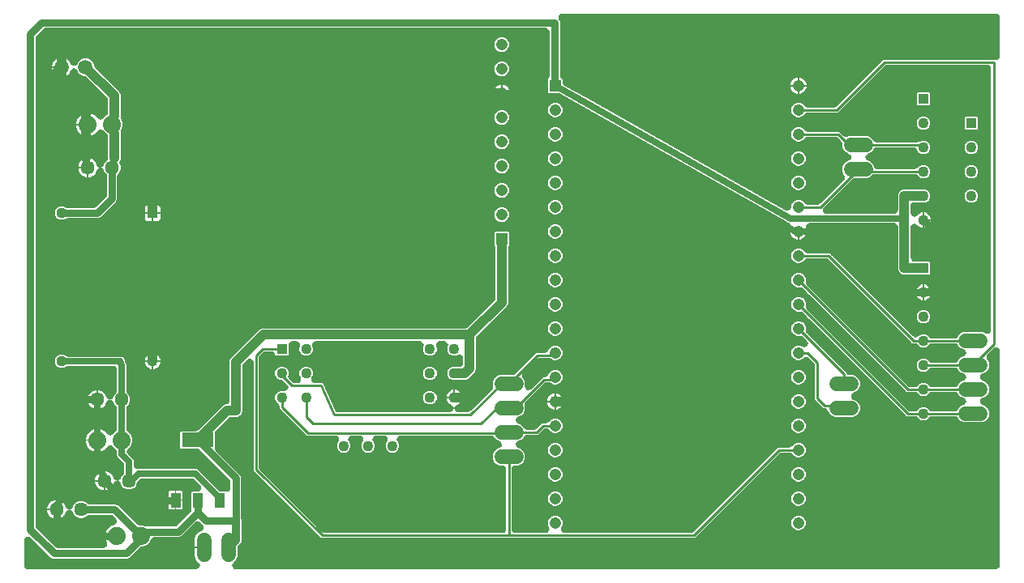
<source format=gbr>
G04 EAGLE Gerber RS-274X export*
G75*
%MOMM*%
%FSLAX34Y34*%
%LPD*%
%INTop Copper*%
%IPPOS*%
%AMOC8*
5,1,8,0,0,1.08239X$1,22.5*%
G01*
G04 Define Apertures*
%ADD10R,1.208000X1.208000*%
%ADD11C,1.208000*%
%ADD12R,1.108000X1.108000*%
%ADD13C,1.108000*%
%ADD14C,1.508000*%
%ADD15C,1.879600*%
%ADD16C,1.450000*%
%ADD17R,1.000000X1.500000*%
%ADD18R,3.300000X1.500000*%
%ADD19C,1.524000*%
%ADD20C,0.220000*%
%ADD21C,1.016000*%
%ADD22C,0.650000*%
%ADD23C,0.750000*%
%ADD24C,0.665000*%
%ADD25C,0.152400*%
%ADD26C,0.800000*%
%ADD27C,0.812800*%
G36*
X1025400Y9477D02*
X1023840Y9160D01*
X230168Y9160D01*
X228786Y9406D01*
X227432Y10243D01*
X226511Y11541D01*
X226169Y13096D01*
X226461Y14661D01*
X227340Y15988D01*
X230452Y19100D01*
X231844Y22461D01*
X231844Y31485D01*
X232136Y32986D01*
X233016Y34313D01*
X234737Y36035D01*
X235588Y38089D01*
X235588Y61740D01*
X235524Y62062D01*
X235524Y105439D01*
X234683Y107469D01*
X209196Y132957D01*
X208341Y134225D01*
X208024Y135785D01*
X208024Y151368D01*
X208316Y152869D01*
X209196Y154196D01*
X222401Y167402D01*
X223669Y168256D01*
X225229Y168573D01*
X231604Y168573D01*
X234031Y169578D01*
X235889Y171436D01*
X236894Y173863D01*
X236894Y221608D01*
X237186Y223110D01*
X238066Y224437D01*
X241774Y228145D01*
X242925Y228948D01*
X244475Y229314D01*
X246044Y229047D01*
X247385Y228189D01*
X248285Y226876D01*
X248602Y225316D01*
X248602Y112936D01*
X249001Y111972D01*
X318772Y42201D01*
X319736Y41802D01*
X708648Y41802D01*
X709612Y42201D01*
X797315Y129904D01*
X798584Y130759D01*
X800144Y131076D01*
X807670Y131076D01*
X809171Y130784D01*
X810498Y129904D01*
X813115Y127288D01*
X815895Y126136D01*
X818905Y126136D01*
X821685Y127288D01*
X823812Y129415D01*
X824964Y132195D01*
X824964Y135205D01*
X823812Y137985D01*
X821685Y140112D01*
X818905Y141264D01*
X815895Y141264D01*
X813115Y140112D01*
X810498Y137496D01*
X809230Y136641D01*
X807670Y136324D01*
X796878Y136324D01*
X795914Y135925D01*
X708211Y48222D01*
X706942Y47367D01*
X705382Y47050D01*
X573245Y47050D01*
X571833Y47308D01*
X570485Y48155D01*
X569574Y49461D01*
X569245Y51018D01*
X569550Y52581D01*
X570964Y55995D01*
X570964Y59005D01*
X569812Y61785D01*
X567685Y63912D01*
X564905Y65064D01*
X561895Y65064D01*
X559115Y63912D01*
X556988Y61785D01*
X555836Y59005D01*
X555836Y55995D01*
X557250Y52581D01*
X557553Y51178D01*
X557286Y49608D01*
X556428Y48267D01*
X555115Y47367D01*
X553555Y47050D01*
X521624Y47050D01*
X520182Y47319D01*
X518841Y48177D01*
X517941Y49490D01*
X517624Y51050D01*
X517624Y113756D01*
X517893Y115198D01*
X518751Y116539D01*
X520064Y117439D01*
X521624Y117756D01*
X524439Y117756D01*
X527800Y119148D01*
X530372Y121720D01*
X531764Y125081D01*
X531764Y128719D01*
X530372Y132080D01*
X527800Y134652D01*
X524776Y135905D01*
X523593Y136661D01*
X522662Y137952D01*
X522308Y139504D01*
X522587Y141072D01*
X523456Y142406D01*
X524776Y143296D01*
X527800Y144548D01*
X530372Y147120D01*
X530408Y147207D01*
X531230Y148459D01*
X532543Y149359D01*
X534103Y149676D01*
X544622Y149676D01*
X545586Y150075D01*
X550815Y155304D01*
X552084Y156159D01*
X553644Y156476D01*
X553670Y156476D01*
X555171Y156184D01*
X556498Y155304D01*
X559115Y152688D01*
X561895Y151536D01*
X564905Y151536D01*
X567685Y152688D01*
X569812Y154815D01*
X570964Y157595D01*
X570964Y160605D01*
X569812Y163385D01*
X567685Y165512D01*
X564905Y166664D01*
X561895Y166664D01*
X559115Y165512D01*
X556498Y162896D01*
X555230Y162041D01*
X553670Y161724D01*
X550378Y161724D01*
X549414Y161325D01*
X544185Y156096D01*
X542916Y155241D01*
X541356Y154924D01*
X534103Y154924D01*
X532632Y155205D01*
X531297Y156073D01*
X530408Y157393D01*
X530372Y157480D01*
X527800Y160052D01*
X524776Y161305D01*
X523593Y162061D01*
X522662Y163352D01*
X522308Y164904D01*
X522587Y166472D01*
X523456Y167806D01*
X524776Y168696D01*
X527800Y169948D01*
X530372Y172520D01*
X531764Y175881D01*
X531764Y179519D01*
X531693Y179690D01*
X531389Y181157D01*
X531681Y182722D01*
X532560Y184049D01*
X552115Y203604D01*
X553384Y204459D01*
X554944Y204776D01*
X556170Y204776D01*
X557671Y204484D01*
X558998Y203604D01*
X559115Y203488D01*
X561895Y202336D01*
X564905Y202336D01*
X567685Y203488D01*
X569812Y205615D01*
X570964Y208395D01*
X570964Y211405D01*
X569812Y214185D01*
X567685Y216312D01*
X564905Y217464D01*
X561895Y217464D01*
X559115Y216312D01*
X556988Y214185D01*
X556287Y212493D01*
X555465Y211241D01*
X554152Y210341D01*
X552591Y210024D01*
X551678Y210024D01*
X550714Y209625D01*
X538484Y197395D01*
X537361Y196605D01*
X535815Y196226D01*
X534243Y196481D01*
X532895Y197328D01*
X531985Y198634D01*
X531655Y200191D01*
X531764Y200749D01*
X531764Y204919D01*
X530372Y208280D01*
X529960Y208692D01*
X529130Y209902D01*
X528789Y211457D01*
X529081Y213022D01*
X529960Y214349D01*
X544615Y229004D01*
X545884Y229859D01*
X547444Y230176D01*
X556170Y230176D01*
X557671Y229884D01*
X558998Y229004D01*
X559115Y228888D01*
X561895Y227736D01*
X564905Y227736D01*
X567685Y228888D01*
X569812Y231015D01*
X570964Y233795D01*
X570964Y236805D01*
X569812Y239585D01*
X567685Y241712D01*
X564905Y242864D01*
X561895Y242864D01*
X559115Y241712D01*
X556988Y239585D01*
X556287Y237893D01*
X555465Y236641D01*
X554152Y235741D01*
X552591Y235424D01*
X544178Y235424D01*
X543214Y235025D01*
X521605Y213416D01*
X520336Y212561D01*
X518776Y212244D01*
X505561Y212244D01*
X502200Y210852D01*
X499628Y208280D01*
X498236Y204919D01*
X498236Y201281D01*
X498307Y201110D01*
X498611Y199643D01*
X498319Y198078D01*
X497440Y196751D01*
X475259Y174570D01*
X473990Y173715D01*
X472430Y173398D01*
X462523Y173398D01*
X461170Y173634D01*
X459809Y174459D01*
X458878Y175750D01*
X458524Y177302D01*
X458803Y178870D01*
X459672Y180204D01*
X460992Y181094D01*
X462577Y181750D01*
X464850Y184023D01*
X466080Y186993D01*
X466080Y187838D01*
X449920Y187838D01*
X449920Y186993D01*
X451150Y184023D01*
X453423Y181750D01*
X455008Y181094D01*
X456167Y180358D01*
X457109Y179075D01*
X457475Y177526D01*
X457209Y175956D01*
X456351Y174615D01*
X455038Y173715D01*
X453477Y173398D01*
X336655Y173398D01*
X335234Y173659D01*
X333888Y174509D01*
X332981Y175817D01*
X321718Y201997D01*
X321697Y202047D01*
X321508Y202504D01*
X321152Y202850D01*
X321114Y202888D01*
X320764Y203238D01*
X320304Y203421D01*
X320253Y203441D01*
X319795Y203631D01*
X319300Y203624D01*
X319246Y203624D01*
X312671Y203624D01*
X311289Y203870D01*
X309934Y204707D01*
X309013Y206005D01*
X308671Y207560D01*
X308963Y209125D01*
X309133Y209381D01*
X310464Y212595D01*
X310464Y215405D01*
X309389Y218001D01*
X307401Y219989D01*
X304805Y221064D01*
X301995Y221064D01*
X299399Y219989D01*
X297411Y218001D01*
X296336Y215405D01*
X296336Y212595D01*
X297612Y209514D01*
X297761Y209301D01*
X298127Y207752D01*
X297860Y206182D01*
X297002Y204841D01*
X295689Y203941D01*
X294129Y203624D01*
X291318Y203624D01*
X289817Y203916D01*
X288489Y204796D01*
X285673Y207612D01*
X284831Y208851D01*
X284501Y210409D01*
X284806Y211971D01*
X285064Y212595D01*
X285064Y215405D01*
X283989Y218001D01*
X282001Y219989D01*
X279405Y221064D01*
X276595Y221064D01*
X273999Y219989D01*
X272011Y218001D01*
X270936Y215405D01*
X270936Y212595D01*
X272011Y209999D01*
X273999Y208011D01*
X276595Y206936D01*
X277270Y206936D01*
X278771Y206644D01*
X280099Y205764D01*
X283612Y202251D01*
X284402Y201128D01*
X284781Y199582D01*
X284526Y198010D01*
X283679Y196663D01*
X282373Y195752D01*
X280816Y195423D01*
X279577Y195664D01*
X276595Y195664D01*
X273999Y194589D01*
X272011Y192601D01*
X270936Y190005D01*
X270936Y187195D01*
X272011Y184599D01*
X274204Y182406D01*
X275059Y181137D01*
X275376Y179577D01*
X275376Y178078D01*
X275775Y177114D01*
X303514Y149375D01*
X304478Y148976D01*
X333929Y148976D01*
X335311Y148730D01*
X336666Y147893D01*
X337587Y146595D01*
X337929Y145040D01*
X337637Y143475D01*
X336758Y142148D01*
X336611Y142001D01*
X335536Y139405D01*
X335536Y136595D01*
X336611Y133999D01*
X338599Y132011D01*
X341195Y130936D01*
X344005Y130936D01*
X346601Y132011D01*
X348589Y133999D01*
X349664Y136595D01*
X349664Y139405D01*
X348589Y142001D01*
X348442Y142148D01*
X347639Y143299D01*
X347273Y144849D01*
X347540Y146418D01*
X348398Y147759D01*
X349711Y148659D01*
X351271Y148976D01*
X359329Y148976D01*
X360711Y148730D01*
X362066Y147893D01*
X362987Y146595D01*
X363329Y145040D01*
X363037Y143475D01*
X362158Y142148D01*
X362011Y142001D01*
X360936Y139405D01*
X360936Y136595D01*
X362011Y133999D01*
X363999Y132011D01*
X366595Y130936D01*
X369405Y130936D01*
X372001Y132011D01*
X373989Y133999D01*
X375064Y136595D01*
X375064Y139405D01*
X373989Y142001D01*
X373842Y142148D01*
X373039Y143299D01*
X372673Y144849D01*
X372940Y146418D01*
X373798Y147759D01*
X375111Y148659D01*
X376671Y148976D01*
X384729Y148976D01*
X386111Y148730D01*
X387466Y147893D01*
X388387Y146595D01*
X388729Y145040D01*
X388437Y143475D01*
X387558Y142148D01*
X387411Y142001D01*
X386336Y139405D01*
X386336Y136595D01*
X387411Y133999D01*
X389399Y132011D01*
X391995Y130936D01*
X394805Y130936D01*
X397401Y132011D01*
X399389Y133999D01*
X400464Y136595D01*
X400464Y139405D01*
X399389Y142001D01*
X399242Y142148D01*
X398439Y143299D01*
X398073Y144849D01*
X398340Y146418D01*
X399198Y147759D01*
X400511Y148659D01*
X402071Y148976D01*
X496187Y148976D01*
X497658Y148695D01*
X498993Y147827D01*
X499139Y147609D01*
X502200Y144548D01*
X505224Y143296D01*
X506407Y142539D01*
X507338Y141248D01*
X507692Y139696D01*
X507413Y138128D01*
X506544Y136794D01*
X505224Y135905D01*
X502200Y134652D01*
X499628Y132080D01*
X498236Y128719D01*
X498236Y125081D01*
X499628Y121720D01*
X502200Y119148D01*
X505561Y117756D01*
X508376Y117756D01*
X509818Y117487D01*
X511159Y116629D01*
X512059Y115316D01*
X512376Y113756D01*
X512376Y51050D01*
X512107Y49608D01*
X511249Y48267D01*
X509936Y47367D01*
X508376Y47050D01*
X323002Y47050D01*
X321501Y47342D01*
X320173Y48222D01*
X255022Y113373D01*
X254167Y114642D01*
X253850Y116202D01*
X253850Y229882D01*
X254142Y231383D01*
X255022Y232711D01*
X257915Y235604D01*
X259184Y236459D01*
X260744Y236776D01*
X266936Y236776D01*
X268378Y236507D01*
X269719Y235649D01*
X270619Y234336D01*
X270821Y233344D01*
X271829Y232336D01*
X284171Y232336D01*
X285064Y233229D01*
X285064Y243622D01*
X285333Y245064D01*
X286191Y246405D01*
X287504Y247305D01*
X289064Y247622D01*
X293173Y247622D01*
X294585Y247364D01*
X295933Y246517D01*
X296844Y245211D01*
X297173Y243654D01*
X296869Y242091D01*
X296336Y240805D01*
X296336Y237995D01*
X297411Y235399D01*
X299399Y233411D01*
X301995Y232336D01*
X304805Y232336D01*
X307401Y233411D01*
X309389Y235399D01*
X310464Y237995D01*
X310464Y240805D01*
X309931Y242091D01*
X309629Y243495D01*
X309896Y245064D01*
X310754Y246405D01*
X312067Y247305D01*
X313627Y247622D01*
X422373Y247622D01*
X423785Y247364D01*
X425133Y246517D01*
X426044Y245211D01*
X426373Y243654D01*
X426069Y242091D01*
X425536Y240805D01*
X425536Y237995D01*
X426611Y235399D01*
X428599Y233411D01*
X431195Y232336D01*
X434005Y232336D01*
X436601Y233411D01*
X438589Y235399D01*
X439664Y237995D01*
X439664Y240805D01*
X439131Y242091D01*
X438829Y243495D01*
X439096Y245064D01*
X439954Y246405D01*
X441267Y247305D01*
X442827Y247622D01*
X447773Y247622D01*
X449185Y247364D01*
X450533Y246517D01*
X451444Y245211D01*
X451773Y243654D01*
X451469Y242091D01*
X450936Y240805D01*
X450936Y237995D01*
X452011Y235399D01*
X453999Y233411D01*
X456595Y232336D01*
X459405Y232336D01*
X461691Y233283D01*
X463095Y233585D01*
X464664Y233319D01*
X466005Y232461D01*
X466905Y231148D01*
X467222Y229587D01*
X467222Y224604D01*
X466953Y223162D01*
X466095Y221821D01*
X464782Y220921D01*
X463222Y220604D01*
X461311Y220604D01*
X459781Y220909D01*
X459405Y221064D01*
X456595Y221064D01*
X453999Y219989D01*
X452011Y218001D01*
X450936Y215405D01*
X450936Y212595D01*
X452011Y209999D01*
X453999Y208011D01*
X456595Y206936D01*
X459405Y206936D01*
X459781Y207092D01*
X461311Y207396D01*
X469981Y207396D01*
X472409Y208401D01*
X479425Y215418D01*
X480430Y217845D01*
X480430Y249834D01*
X480722Y251335D01*
X481602Y252662D01*
X513199Y284259D01*
X514204Y286686D01*
X514204Y345212D01*
X514496Y346713D01*
X515164Y347721D01*
X515164Y361171D01*
X514271Y362064D01*
X500929Y362064D01*
X500036Y361171D01*
X500036Y347726D01*
X500679Y346772D01*
X500996Y345212D01*
X500996Y292392D01*
X500704Y290891D01*
X499824Y289564D01*
X472262Y262002D01*
X470994Y261147D01*
X469434Y260830D01*
X257202Y260830D01*
X254775Y259825D01*
X224691Y229742D01*
X223686Y227314D01*
X223686Y185781D01*
X223417Y184339D01*
X222559Y182998D01*
X221246Y182098D01*
X219686Y181781D01*
X219523Y181781D01*
X217096Y180776D01*
X190856Y154536D01*
X189588Y153681D01*
X188028Y153364D01*
X172869Y153364D01*
X171976Y152471D01*
X171976Y136209D01*
X172869Y135316D01*
X189555Y135316D01*
X191056Y135024D01*
X192383Y134144D01*
X223304Y103223D01*
X224159Y101955D01*
X224476Y100395D01*
X224476Y94176D01*
X224230Y92794D01*
X223393Y91439D01*
X222095Y90518D01*
X220540Y90177D01*
X219535Y90364D01*
X214884Y90364D01*
X213383Y90656D01*
X212056Y91536D01*
X190544Y113047D01*
X188790Y113774D01*
X126974Y113774D01*
X125532Y114043D01*
X124191Y114901D01*
X123291Y116214D01*
X122974Y117774D01*
X122974Y122450D01*
X122247Y124204D01*
X117127Y129324D01*
X116298Y130534D01*
X115956Y132089D01*
X116248Y133654D01*
X117127Y134981D01*
X119959Y137813D01*
X121622Y141828D01*
X121622Y146172D01*
X119959Y150187D01*
X116646Y153500D01*
X115791Y154769D01*
X115474Y156329D01*
X115474Y177209D01*
X115766Y178710D01*
X116646Y180037D01*
X118138Y181530D01*
X119474Y184755D01*
X119474Y188245D01*
X118138Y191470D01*
X116646Y192963D01*
X115791Y194231D01*
X115474Y195791D01*
X115474Y221817D01*
X115490Y222169D01*
X115559Y222950D01*
X115259Y223673D01*
X115138Y224005D01*
X114308Y226647D01*
X114221Y227217D01*
X113909Y227969D01*
X113789Y228301D01*
X113554Y229048D01*
X113000Y229602D01*
X112762Y229862D01*
X112259Y230463D01*
X111535Y230762D01*
X111215Y230912D01*
X110521Y231274D01*
X109738Y231274D01*
X109385Y231290D01*
X108574Y231361D01*
X108005Y231274D01*
X54873Y231274D01*
X53372Y231566D01*
X52044Y232446D01*
X52001Y232489D01*
X49405Y233564D01*
X46595Y233564D01*
X43999Y232489D01*
X42011Y230501D01*
X40936Y227905D01*
X40936Y225095D01*
X42011Y222499D01*
X43999Y220511D01*
X46595Y219436D01*
X49405Y219436D01*
X52001Y220511D01*
X52044Y220554D01*
X53313Y221409D01*
X54873Y221726D01*
X101926Y221726D01*
X103368Y221457D01*
X104709Y220599D01*
X105609Y219286D01*
X105926Y217726D01*
X105926Y195791D01*
X105634Y194290D01*
X104754Y192963D01*
X103262Y191470D01*
X102245Y189016D01*
X101489Y187834D01*
X100198Y186902D01*
X98645Y186548D01*
X97078Y186828D01*
X95744Y187696D01*
X94854Y189016D01*
X93600Y192046D01*
X90846Y194800D01*
X87247Y196290D01*
X86062Y196290D01*
X86062Y176710D01*
X87247Y176710D01*
X90846Y178200D01*
X93600Y180954D01*
X94854Y183984D01*
X95611Y185166D01*
X96902Y186098D01*
X98454Y186452D01*
X100021Y186172D01*
X101356Y185304D01*
X102245Y183984D01*
X103262Y181530D01*
X104754Y180037D01*
X105609Y178769D01*
X105926Y177209D01*
X105926Y156329D01*
X105634Y154828D01*
X104754Y153500D01*
X101547Y150293D01*
X100337Y149463D01*
X98782Y149122D01*
X97217Y149414D01*
X95890Y150293D01*
X92062Y154121D01*
X87675Y155938D01*
X86062Y155938D01*
X86062Y132062D01*
X87675Y132062D01*
X92062Y133879D01*
X95890Y137707D01*
X97100Y138537D01*
X98655Y138878D01*
X100220Y138586D01*
X101547Y137707D01*
X104754Y134500D01*
X105609Y133231D01*
X105926Y131671D01*
X105926Y128050D01*
X106653Y126296D01*
X112254Y120694D01*
X113109Y119426D01*
X113426Y117866D01*
X113426Y110791D01*
X113134Y109290D01*
X112254Y107963D01*
X110762Y106470D01*
X109745Y104016D01*
X108989Y102834D01*
X107698Y101902D01*
X106145Y101548D01*
X104578Y101828D01*
X103244Y102696D01*
X102354Y104016D01*
X101100Y107046D01*
X98346Y109800D01*
X94747Y111290D01*
X93562Y111290D01*
X93562Y91710D01*
X94747Y91710D01*
X98346Y93200D01*
X101100Y95954D01*
X102354Y98984D01*
X103111Y100166D01*
X104402Y101098D01*
X105954Y101452D01*
X107521Y101172D01*
X108856Y100304D01*
X109745Y98984D01*
X110762Y96530D01*
X113230Y94062D01*
X116455Y92726D01*
X119945Y92726D01*
X123170Y94062D01*
X125638Y96530D01*
X127117Y100100D01*
X127266Y100867D01*
X128146Y102194D01*
X129006Y103054D01*
X130274Y103909D01*
X131834Y104226D01*
X184206Y104226D01*
X185707Y103934D01*
X187034Y103054D01*
X192896Y97192D01*
X193699Y96041D01*
X194066Y94492D01*
X193799Y92922D01*
X192941Y91581D01*
X191628Y90681D01*
X190068Y90364D01*
X184369Y90364D01*
X183476Y89471D01*
X183476Y71552D01*
X183184Y70051D01*
X182304Y68724D01*
X168568Y54988D01*
X167300Y54133D01*
X165740Y53816D01*
X136338Y53816D01*
X134808Y54120D01*
X132873Y54922D01*
X129247Y54922D01*
X127746Y55214D01*
X126419Y56094D01*
X106329Y76183D01*
X104299Y77024D01*
X76741Y77024D01*
X75240Y77316D01*
X73913Y78196D01*
X73170Y78938D01*
X69945Y80274D01*
X66455Y80274D01*
X63230Y78938D01*
X60762Y76470D01*
X59745Y74016D01*
X58989Y72834D01*
X57698Y71902D01*
X56145Y71548D01*
X54578Y71828D01*
X53244Y72696D01*
X52354Y74016D01*
X51100Y77046D01*
X48346Y79800D01*
X44747Y81290D01*
X43562Y81290D01*
X43562Y61710D01*
X44747Y61710D01*
X48346Y63200D01*
X51100Y65954D01*
X52354Y68984D01*
X53111Y70166D01*
X54402Y71098D01*
X55954Y71452D01*
X57521Y71172D01*
X58856Y70304D01*
X59745Y68984D01*
X60762Y66530D01*
X63230Y64062D01*
X66455Y62726D01*
X69945Y62726D01*
X73170Y64062D01*
X73913Y64804D01*
X75181Y65659D01*
X76741Y65976D01*
X99255Y65976D01*
X100756Y65684D01*
X102083Y64804D01*
X104367Y62521D01*
X105183Y61341D01*
X105537Y59789D01*
X105258Y58221D01*
X104389Y56887D01*
X103069Y55997D01*
X98538Y54121D01*
X95179Y50762D01*
X93362Y46375D01*
X93362Y44762D01*
X106062Y44762D01*
X106062Y43238D01*
X93362Y43238D01*
X93362Y41625D01*
X95396Y36715D01*
X95699Y35312D01*
X95432Y33742D01*
X94574Y32401D01*
X93261Y31501D01*
X91701Y31184D01*
X43982Y31184D01*
X42481Y31476D01*
X41154Y32356D01*
X21722Y51788D01*
X20867Y53056D01*
X20550Y54616D01*
X20550Y564425D01*
X20842Y565926D01*
X21722Y567253D01*
X28351Y573882D01*
X29619Y574737D01*
X31179Y575054D01*
X553476Y575054D01*
X554918Y574785D01*
X556259Y573927D01*
X557159Y572614D01*
X557476Y571054D01*
X557476Y524668D01*
X557184Y523167D01*
X556304Y521840D01*
X555836Y521371D01*
X555836Y508029D01*
X556729Y507136D01*
X566034Y507136D01*
X568001Y506619D01*
X592000Y493066D01*
X805610Y372432D01*
X806174Y372003D01*
X806681Y371793D01*
X807117Y371581D01*
X807956Y371107D01*
X808749Y370519D01*
X809659Y369214D01*
X809989Y367656D01*
X809684Y366093D01*
X808820Y364007D01*
X808820Y363062D01*
X825980Y363062D01*
X825980Y364007D01*
X825281Y365695D01*
X824978Y367099D01*
X825245Y368668D01*
X826103Y370009D01*
X827416Y370909D01*
X828976Y371226D01*
X917396Y371226D01*
X918838Y370957D01*
X920179Y370099D01*
X921079Y368786D01*
X921396Y367226D01*
X921396Y322686D01*
X922401Y320259D01*
X924259Y318401D01*
X926686Y317396D01*
X939712Y317396D01*
X941213Y317104D01*
X941466Y316936D01*
X954171Y316936D01*
X955064Y317829D01*
X955064Y330171D01*
X954171Y331064D01*
X941484Y331064D01*
X941272Y330921D01*
X939712Y330604D01*
X938604Y330604D01*
X937162Y330873D01*
X935821Y331731D01*
X934921Y333044D01*
X934604Y334604D01*
X934604Y366312D01*
X934850Y367695D01*
X935687Y369049D01*
X936985Y369970D01*
X938540Y370312D01*
X940105Y370020D01*
X941432Y369141D01*
X943423Y367150D01*
X946393Y365920D01*
X947238Y365920D01*
X947238Y382080D01*
X946393Y382080D01*
X943423Y380850D01*
X941432Y378859D01*
X940281Y378056D01*
X938732Y377690D01*
X937162Y377957D01*
X935821Y378815D01*
X934921Y380128D01*
X934604Y381688D01*
X934604Y388796D01*
X934873Y390238D01*
X935731Y391579D01*
X937044Y392479D01*
X938604Y392796D01*
X944689Y392796D01*
X946219Y392492D01*
X946595Y392336D01*
X949405Y392336D01*
X952001Y393411D01*
X953989Y395399D01*
X955064Y397995D01*
X955064Y400805D01*
X953989Y403401D01*
X952001Y405389D01*
X949405Y406464D01*
X946595Y406464D01*
X946219Y406309D01*
X944689Y406004D01*
X926686Y406004D01*
X924259Y404999D01*
X922401Y403141D01*
X921396Y400714D01*
X921396Y384774D01*
X921127Y383332D01*
X920269Y381991D01*
X918956Y381091D01*
X917396Y380774D01*
X846842Y380774D01*
X845459Y381020D01*
X844105Y381857D01*
X843184Y383155D01*
X842842Y384710D01*
X843134Y386275D01*
X844013Y387602D01*
X873395Y416984D01*
X874664Y417839D01*
X876224Y418156D01*
X889439Y418156D01*
X892800Y419548D01*
X894256Y421004D01*
X895524Y421859D01*
X897084Y422176D01*
X938977Y422176D01*
X940478Y421884D01*
X941806Y421004D01*
X943999Y418811D01*
X946595Y417736D01*
X949405Y417736D01*
X952001Y418811D01*
X953989Y420799D01*
X955064Y423395D01*
X955064Y426205D01*
X953989Y428801D01*
X952001Y430789D01*
X949405Y431864D01*
X946595Y431864D01*
X943999Y430789D01*
X941806Y428596D01*
X940537Y427741D01*
X938977Y427424D01*
X900139Y427424D01*
X898667Y427705D01*
X897333Y428573D01*
X896443Y429893D01*
X895372Y432480D01*
X892800Y435052D01*
X889776Y436305D01*
X888593Y437061D01*
X887662Y438352D01*
X887308Y439904D01*
X887587Y441472D01*
X888456Y442806D01*
X889776Y443696D01*
X892800Y444948D01*
X895372Y447520D01*
X895470Y447757D01*
X896292Y449009D01*
X897605Y449909D01*
X899165Y450226D01*
X937671Y450226D01*
X939142Y449945D01*
X940476Y449077D01*
X941366Y447757D01*
X942011Y446199D01*
X943999Y444211D01*
X946595Y443136D01*
X949405Y443136D01*
X952001Y444211D01*
X953989Y446199D01*
X955064Y448795D01*
X955064Y451605D01*
X953989Y454201D01*
X952001Y456189D01*
X949405Y457264D01*
X946595Y457264D01*
X943425Y455951D01*
X943187Y455791D01*
X941627Y455474D01*
X899041Y455474D01*
X897569Y455755D01*
X896235Y456623D01*
X895423Y457829D01*
X892800Y460452D01*
X889439Y461844D01*
X870561Y461844D01*
X868792Y461111D01*
X867325Y460807D01*
X865760Y461099D01*
X864433Y461978D01*
X860286Y466125D01*
X859322Y466524D01*
X827130Y466524D01*
X825629Y466816D01*
X824302Y467696D01*
X821685Y470312D01*
X818905Y471464D01*
X815895Y471464D01*
X813115Y470312D01*
X810988Y468185D01*
X809836Y465405D01*
X809836Y462395D01*
X810988Y459615D01*
X813115Y457488D01*
X815895Y456336D01*
X818905Y456336D01*
X821685Y457488D01*
X824302Y460104D01*
X825570Y460959D01*
X827130Y461276D01*
X856056Y461276D01*
X857557Y460984D01*
X858885Y460104D01*
X862064Y456925D01*
X862919Y455656D01*
X863236Y454096D01*
X863236Y450881D01*
X864628Y447520D01*
X867200Y444948D01*
X870224Y443696D01*
X871407Y442939D01*
X872338Y441648D01*
X872692Y440096D01*
X872413Y438528D01*
X871544Y437194D01*
X870224Y436305D01*
X867200Y435052D01*
X864628Y432480D01*
X863236Y429119D01*
X863236Y425481D01*
X864628Y422120D01*
X865040Y421708D01*
X865870Y420498D01*
X866211Y418943D01*
X865920Y417378D01*
X865040Y416051D01*
X840485Y391496D01*
X839216Y390641D01*
X837656Y390324D01*
X827130Y390324D01*
X825629Y390616D01*
X824302Y391496D01*
X821685Y394112D01*
X818905Y395264D01*
X815895Y395264D01*
X813115Y394112D01*
X810988Y391985D01*
X809836Y389205D01*
X809836Y387863D01*
X809380Y386008D01*
X808376Y384773D01*
X806969Y384027D01*
X805383Y383889D01*
X803869Y384380D01*
X596695Y501380D01*
X572997Y514763D01*
X572181Y515373D01*
X571281Y516686D01*
X570964Y518246D01*
X570964Y521371D01*
X569696Y522640D01*
X568841Y523908D01*
X568524Y525468D01*
X568524Y581677D01*
X567434Y584309D01*
X567131Y585713D01*
X567398Y587282D01*
X568256Y588623D01*
X569569Y589523D01*
X571129Y589840D01*
X1023840Y589840D01*
X1025282Y589571D01*
X1026623Y588713D01*
X1027523Y587400D01*
X1027840Y585840D01*
X1027840Y545432D01*
X1027582Y544020D01*
X1026735Y542672D01*
X1025429Y541761D01*
X1023872Y541432D01*
X1022309Y541736D01*
X1021856Y541924D01*
X906878Y541924D01*
X905914Y541525D01*
X857485Y493096D01*
X856216Y492241D01*
X854656Y491924D01*
X827130Y491924D01*
X825629Y492216D01*
X824302Y493096D01*
X821685Y495712D01*
X818905Y496864D01*
X815895Y496864D01*
X813115Y495712D01*
X810988Y493585D01*
X809836Y490805D01*
X809836Y487795D01*
X810988Y485015D01*
X813115Y482888D01*
X815895Y481736D01*
X818905Y481736D01*
X821685Y482888D01*
X824302Y485504D01*
X825570Y486359D01*
X827130Y486676D01*
X857922Y486676D01*
X858886Y487075D01*
X907315Y535504D01*
X908584Y536359D01*
X910144Y536676D01*
X1014710Y536676D01*
X1016152Y536407D01*
X1017493Y535549D01*
X1018394Y534236D01*
X1018710Y532676D01*
X1018710Y259390D01*
X1018453Y257978D01*
X1017606Y256630D01*
X1016300Y255719D01*
X1014742Y255390D01*
X1013180Y255694D01*
X1009439Y257244D01*
X990561Y257244D01*
X987200Y255852D01*
X984628Y253280D01*
X984468Y252893D01*
X983646Y251641D01*
X982333Y250741D01*
X980773Y250424D01*
X957023Y250424D01*
X955522Y250716D01*
X954194Y251596D01*
X952001Y253789D01*
X949405Y254864D01*
X946595Y254864D01*
X943999Y253789D01*
X942689Y252479D01*
X941479Y251649D01*
X939924Y251308D01*
X938359Y251600D01*
X937032Y252479D01*
X851687Y337824D01*
X850386Y339125D01*
X849422Y339524D01*
X827130Y339524D01*
X825629Y339816D01*
X824302Y340696D01*
X821685Y343312D01*
X818905Y344464D01*
X815895Y344464D01*
X813115Y343312D01*
X810988Y341185D01*
X809836Y338405D01*
X809836Y335395D01*
X810988Y332615D01*
X813115Y330488D01*
X815895Y329336D01*
X818905Y329336D01*
X821685Y330488D01*
X824302Y333104D01*
X825570Y333959D01*
X827130Y334276D01*
X846156Y334276D01*
X847657Y333984D01*
X848985Y333104D01*
X936514Y245575D01*
X937478Y245176D01*
X938977Y245176D01*
X940478Y244884D01*
X941806Y244004D01*
X943999Y241811D01*
X946595Y240736D01*
X949405Y240736D01*
X952001Y241811D01*
X954194Y244004D01*
X955463Y244859D01*
X957023Y245176D01*
X981021Y245176D01*
X982493Y244895D01*
X983827Y244027D01*
X984458Y243091D01*
X987200Y240348D01*
X990224Y239096D01*
X991407Y238339D01*
X992338Y237048D01*
X992692Y235496D01*
X992413Y233928D01*
X991544Y232594D01*
X990224Y231705D01*
X987200Y230452D01*
X984628Y227880D01*
X984468Y227493D01*
X983646Y226241D01*
X982333Y225341D01*
X980773Y225024D01*
X957023Y225024D01*
X955522Y225316D01*
X954194Y226196D01*
X952001Y228389D01*
X949405Y229464D01*
X946595Y229464D01*
X943999Y228389D01*
X942011Y226401D01*
X940936Y223805D01*
X940936Y220995D01*
X942011Y218399D01*
X943999Y216411D01*
X946595Y215336D01*
X949405Y215336D01*
X952001Y216411D01*
X954194Y218604D01*
X955463Y219459D01*
X957023Y219776D01*
X981021Y219776D01*
X982493Y219495D01*
X983827Y218627D01*
X984458Y217691D01*
X987200Y214948D01*
X990224Y213696D01*
X991407Y212939D01*
X992338Y211648D01*
X992692Y210096D01*
X992413Y208528D01*
X991544Y207194D01*
X990224Y206305D01*
X987200Y205052D01*
X984628Y202480D01*
X984468Y202093D01*
X983646Y200841D01*
X982333Y199941D01*
X980773Y199624D01*
X957023Y199624D01*
X955522Y199916D01*
X954194Y200796D01*
X952001Y202989D01*
X949405Y204064D01*
X946595Y204064D01*
X943999Y202989D01*
X941806Y200796D01*
X940537Y199941D01*
X938977Y199624D01*
X934644Y199624D01*
X933143Y199916D01*
X931815Y200796D01*
X826136Y306475D01*
X825281Y307744D01*
X824964Y309304D01*
X824964Y313005D01*
X823812Y315785D01*
X821685Y317912D01*
X818905Y319064D01*
X815895Y319064D01*
X813115Y317912D01*
X810988Y315785D01*
X809836Y313005D01*
X809836Y309995D01*
X810988Y307215D01*
X813115Y305088D01*
X815895Y303936D01*
X819596Y303936D01*
X821097Y303644D01*
X822425Y302764D01*
X826230Y298959D01*
X827019Y297837D01*
X827398Y296290D01*
X827367Y296101D01*
X828932Y295809D01*
X830259Y294930D01*
X930414Y194775D01*
X931378Y194376D01*
X938977Y194376D01*
X940478Y194084D01*
X941806Y193204D01*
X943999Y191011D01*
X946595Y189936D01*
X949405Y189936D01*
X952001Y191011D01*
X954194Y193204D01*
X955463Y194059D01*
X957023Y194376D01*
X981021Y194376D01*
X982493Y194095D01*
X983827Y193227D01*
X984458Y192291D01*
X987200Y189548D01*
X990224Y188296D01*
X991407Y187539D01*
X992338Y186248D01*
X992692Y184696D01*
X992413Y183128D01*
X991544Y181794D01*
X990224Y180905D01*
X987200Y179652D01*
X984628Y177080D01*
X984468Y176693D01*
X983646Y175441D01*
X982333Y174541D01*
X980773Y174224D01*
X957023Y174224D01*
X955522Y174516D01*
X954194Y175396D01*
X952001Y177589D01*
X949405Y178664D01*
X946595Y178664D01*
X943999Y177589D01*
X941806Y175396D01*
X940537Y174541D01*
X938977Y174224D01*
X934644Y174224D01*
X933143Y174516D01*
X931815Y175396D01*
X826136Y281075D01*
X825281Y282344D01*
X824964Y283904D01*
X824964Y287605D01*
X823735Y290571D01*
X823436Y291910D01*
X823471Y292139D01*
X823433Y292131D01*
X821871Y292435D01*
X818905Y293664D01*
X815895Y293664D01*
X813115Y292512D01*
X810988Y290385D01*
X809836Y287605D01*
X809836Y284595D01*
X810988Y281815D01*
X813115Y279688D01*
X815895Y278536D01*
X819596Y278536D01*
X821097Y278244D01*
X822425Y277364D01*
X826230Y273559D01*
X827019Y272437D01*
X827398Y270890D01*
X827367Y270701D01*
X828932Y270409D01*
X830259Y269530D01*
X930414Y169375D01*
X931378Y168976D01*
X938977Y168976D01*
X940478Y168684D01*
X941806Y167804D01*
X943999Y165611D01*
X946595Y164536D01*
X949405Y164536D01*
X952001Y165611D01*
X954194Y167804D01*
X955463Y168659D01*
X957023Y168976D01*
X981021Y168976D01*
X982493Y168695D01*
X983827Y167827D01*
X984458Y166891D01*
X987200Y164148D01*
X990561Y162756D01*
X1009439Y162756D01*
X1012800Y164148D01*
X1015372Y166720D01*
X1016764Y170081D01*
X1016764Y173719D01*
X1015372Y177080D01*
X1012800Y179652D01*
X1009776Y180905D01*
X1008593Y181661D01*
X1007662Y182952D01*
X1007308Y184504D01*
X1007587Y186072D01*
X1008456Y187406D01*
X1009776Y188296D01*
X1012800Y189548D01*
X1015372Y192120D01*
X1016764Y195481D01*
X1016764Y199119D01*
X1015372Y202480D01*
X1012800Y205052D01*
X1009776Y206305D01*
X1008593Y207061D01*
X1007662Y208352D01*
X1007308Y209904D01*
X1007587Y211472D01*
X1008456Y212806D01*
X1009776Y213696D01*
X1012800Y214948D01*
X1015372Y217520D01*
X1016764Y220881D01*
X1016764Y224519D01*
X1015372Y227880D01*
X1014960Y228292D01*
X1014130Y229502D01*
X1013789Y231057D01*
X1014081Y232622D01*
X1014960Y233949D01*
X1021012Y240001D01*
X1022163Y240804D01*
X1023713Y241170D01*
X1025282Y240903D01*
X1026623Y240045D01*
X1027523Y238732D01*
X1027840Y237172D01*
X1027840Y13160D01*
X1027571Y11718D01*
X1026713Y10377D01*
X1025400Y9477D01*
G37*
%LPC*%
G36*
X506095Y550136D02*
X509105Y550136D01*
X511885Y551288D01*
X514012Y553415D01*
X515164Y556195D01*
X515164Y559205D01*
X514012Y561985D01*
X511885Y564112D01*
X509105Y565264D01*
X506095Y565264D01*
X503315Y564112D01*
X501188Y561985D01*
X500036Y559205D01*
X500036Y556195D01*
X501188Y553415D01*
X503315Y551288D01*
X506095Y550136D01*
G37*
G36*
X46595Y374436D02*
X49405Y374436D01*
X52575Y375749D01*
X52813Y375909D01*
X54373Y376226D01*
X86549Y376226D01*
X88487Y377029D01*
X105171Y393713D01*
X105974Y395651D01*
X105974Y420209D01*
X106266Y421710D01*
X107146Y423037D01*
X108138Y424030D01*
X109474Y427255D01*
X109474Y430745D01*
X108659Y432714D01*
X108354Y434213D01*
X108659Y435776D01*
X109450Y437686D01*
X109450Y463036D01*
X109516Y463757D01*
X109579Y464101D01*
X109539Y464286D01*
X109450Y465125D01*
X109450Y465788D01*
X109754Y467319D01*
X111622Y471828D01*
X111622Y476172D01*
X109754Y480681D01*
X109450Y482212D01*
X109450Y482875D01*
X109539Y483714D01*
X109579Y483899D01*
X109516Y484243D01*
X109450Y484964D01*
X109450Y505468D01*
X108445Y507895D01*
X83236Y533104D01*
X82381Y534372D01*
X82116Y535678D01*
X80684Y539134D01*
X78134Y541684D01*
X74803Y543064D01*
X71197Y543064D01*
X67866Y541684D01*
X65316Y539134D01*
X64745Y537757D01*
X63989Y536574D01*
X62698Y535643D01*
X61145Y535289D01*
X59578Y535568D01*
X58244Y536437D01*
X57354Y537757D01*
X56545Y539710D01*
X53710Y542545D01*
X50005Y544080D01*
X48762Y544080D01*
X48762Y523920D01*
X50005Y523920D01*
X53710Y525455D01*
X56545Y528290D01*
X57354Y530243D01*
X58111Y531426D01*
X59402Y532357D01*
X60954Y532711D01*
X62521Y532432D01*
X63856Y531563D01*
X64745Y530243D01*
X65316Y528866D01*
X67866Y526316D01*
X71312Y524888D01*
X72569Y524644D01*
X73896Y523764D01*
X95070Y502590D01*
X95925Y501322D01*
X96242Y499762D01*
X96242Y486645D01*
X95950Y485144D01*
X95070Y483816D01*
X91547Y480293D01*
X90337Y479463D01*
X88782Y479122D01*
X87217Y479414D01*
X85890Y480293D01*
X82062Y484121D01*
X77675Y485938D01*
X76062Y485938D01*
X76062Y462062D01*
X77675Y462062D01*
X82062Y463879D01*
X85890Y467707D01*
X87100Y468537D01*
X88655Y468878D01*
X90220Y468586D01*
X91547Y467707D01*
X95070Y464184D01*
X95925Y462915D01*
X96242Y461355D01*
X96242Y438607D01*
X95950Y437106D01*
X95070Y435779D01*
X93262Y433970D01*
X92245Y431516D01*
X91489Y430334D01*
X90198Y429402D01*
X88645Y429048D01*
X87078Y429328D01*
X85744Y430196D01*
X84854Y431516D01*
X83600Y434546D01*
X80846Y437300D01*
X77247Y438790D01*
X76062Y438790D01*
X76062Y419210D01*
X77247Y419210D01*
X80846Y420700D01*
X83600Y423454D01*
X84854Y426484D01*
X85611Y427666D01*
X86902Y428598D01*
X88454Y428952D01*
X90021Y428672D01*
X91356Y427804D01*
X92245Y426484D01*
X93262Y424030D01*
X94254Y423037D01*
X95109Y421769D01*
X95426Y420209D01*
X95426Y400541D01*
X95134Y399040D01*
X94254Y397713D01*
X84487Y387946D01*
X83219Y387091D01*
X81659Y386774D01*
X54373Y386774D01*
X52872Y387066D01*
X52623Y387231D01*
X49405Y388564D01*
X46595Y388564D01*
X43999Y387489D01*
X42011Y385501D01*
X40936Y382905D01*
X40936Y380095D01*
X42011Y377499D01*
X43999Y375511D01*
X46595Y374436D01*
G37*
G36*
X37920Y534762D02*
X47238Y534762D01*
X47238Y544080D01*
X45995Y544080D01*
X42290Y542545D01*
X39455Y539710D01*
X37920Y536005D01*
X37920Y534762D01*
G37*
G36*
X506095Y524736D02*
X509105Y524736D01*
X511885Y525888D01*
X514012Y528015D01*
X515164Y530795D01*
X515164Y533805D01*
X514012Y536585D01*
X511885Y538712D01*
X509105Y539864D01*
X506095Y539864D01*
X503315Y538712D01*
X501188Y536585D01*
X500036Y533805D01*
X500036Y530795D01*
X501188Y528015D01*
X503315Y525888D01*
X506095Y524736D01*
G37*
G36*
X45995Y523920D02*
X47238Y523920D01*
X47238Y533238D01*
X37920Y533238D01*
X37920Y531995D01*
X39455Y528290D01*
X42290Y525455D01*
X45995Y523920D01*
G37*
G36*
X818162Y515462D02*
X825980Y515462D01*
X825980Y516407D01*
X824674Y519560D01*
X822260Y521974D01*
X819107Y523280D01*
X818162Y523280D01*
X818162Y515462D01*
G37*
G36*
X808820Y515462D02*
X816638Y515462D01*
X816638Y523280D01*
X815693Y523280D01*
X812540Y521974D01*
X810126Y519560D01*
X808820Y516407D01*
X808820Y515462D01*
G37*
G36*
X499020Y507662D02*
X506838Y507662D01*
X506838Y515480D01*
X505893Y515480D01*
X502740Y514174D01*
X500326Y511760D01*
X499020Y508607D01*
X499020Y507662D01*
G37*
G36*
X508362Y507662D02*
X516180Y507662D01*
X516180Y508607D01*
X514874Y511760D01*
X512460Y514174D01*
X509307Y515480D01*
X508362Y515480D01*
X508362Y507662D01*
G37*
G36*
X818162Y506120D02*
X819107Y506120D01*
X822260Y507426D01*
X824674Y509840D01*
X825980Y512993D01*
X825980Y513938D01*
X818162Y513938D01*
X818162Y506120D01*
G37*
G36*
X815693Y506120D02*
X816638Y506120D01*
X816638Y513938D01*
X808820Y513938D01*
X808820Y512993D01*
X810126Y509840D01*
X812540Y507426D01*
X815693Y506120D01*
G37*
G36*
X941829Y493936D02*
X954171Y493936D01*
X955064Y494829D01*
X955064Y507171D01*
X954171Y508064D01*
X941829Y508064D01*
X940936Y507171D01*
X940936Y494829D01*
X941829Y493936D01*
G37*
G36*
X508362Y498320D02*
X509307Y498320D01*
X512460Y499626D01*
X514874Y502040D01*
X516180Y505193D01*
X516180Y506138D01*
X508362Y506138D01*
X508362Y498320D01*
G37*
G36*
X505893Y498320D02*
X506838Y498320D01*
X506838Y506138D01*
X499020Y506138D01*
X499020Y505193D01*
X500326Y502040D01*
X502740Y499626D01*
X505893Y498320D01*
G37*
G36*
X561895Y481736D02*
X564905Y481736D01*
X567685Y482888D01*
X569812Y485015D01*
X570964Y487795D01*
X570964Y490805D01*
X569812Y493585D01*
X567685Y495712D01*
X564905Y496864D01*
X561895Y496864D01*
X559115Y495712D01*
X556988Y493585D01*
X555836Y490805D01*
X555836Y487795D01*
X556988Y485015D01*
X559115Y482888D01*
X561895Y481736D01*
G37*
G36*
X506095Y473936D02*
X509105Y473936D01*
X511885Y475088D01*
X514012Y477215D01*
X515164Y479995D01*
X515164Y483005D01*
X514012Y485785D01*
X511885Y487912D01*
X509105Y489064D01*
X506095Y489064D01*
X503315Y487912D01*
X501188Y485785D01*
X500036Y483005D01*
X500036Y479995D01*
X501188Y477215D01*
X503315Y475088D01*
X506095Y473936D01*
G37*
G36*
X63362Y474762D02*
X74538Y474762D01*
X74538Y485938D01*
X72925Y485938D01*
X68538Y484121D01*
X65179Y480762D01*
X63362Y476375D01*
X63362Y474762D01*
G37*
G36*
X946595Y468536D02*
X949405Y468536D01*
X952001Y469611D01*
X953989Y471599D01*
X955064Y474195D01*
X955064Y477005D01*
X953989Y479601D01*
X952001Y481589D01*
X949405Y482664D01*
X946595Y482664D01*
X943999Y481589D01*
X942011Y479601D01*
X940936Y477005D01*
X940936Y474195D01*
X942011Y471599D01*
X943999Y469611D01*
X946595Y468536D01*
G37*
G36*
X991829Y468536D02*
X1004171Y468536D01*
X1005064Y469429D01*
X1005064Y481771D01*
X1004171Y482664D01*
X991829Y482664D01*
X990936Y481771D01*
X990936Y469429D01*
X991829Y468536D01*
G37*
G36*
X72925Y462062D02*
X74538Y462062D01*
X74538Y473238D01*
X63362Y473238D01*
X63362Y471625D01*
X65179Y467238D01*
X68538Y463879D01*
X72925Y462062D01*
G37*
G36*
X561895Y456336D02*
X564905Y456336D01*
X567685Y457488D01*
X569812Y459615D01*
X570964Y462395D01*
X570964Y465405D01*
X569812Y468185D01*
X567685Y470312D01*
X564905Y471464D01*
X561895Y471464D01*
X559115Y470312D01*
X556988Y468185D01*
X555836Y465405D01*
X555836Y462395D01*
X556988Y459615D01*
X559115Y457488D01*
X561895Y456336D01*
G37*
G36*
X506095Y448536D02*
X509105Y448536D01*
X511885Y449688D01*
X514012Y451815D01*
X515164Y454595D01*
X515164Y457605D01*
X514012Y460385D01*
X511885Y462512D01*
X509105Y463664D01*
X506095Y463664D01*
X503315Y462512D01*
X501188Y460385D01*
X500036Y457605D01*
X500036Y454595D01*
X501188Y451815D01*
X503315Y449688D01*
X506095Y448536D01*
G37*
G36*
X996595Y443136D02*
X999405Y443136D01*
X1002001Y444211D01*
X1003989Y446199D01*
X1005064Y448795D01*
X1005064Y451605D01*
X1003989Y454201D01*
X1002001Y456189D01*
X999405Y457264D01*
X996595Y457264D01*
X993999Y456189D01*
X992011Y454201D01*
X990936Y451605D01*
X990936Y448795D01*
X992011Y446199D01*
X993999Y444211D01*
X996595Y443136D01*
G37*
G36*
X561895Y430936D02*
X564905Y430936D01*
X567685Y432088D01*
X569812Y434215D01*
X570964Y436995D01*
X570964Y440005D01*
X569812Y442785D01*
X567685Y444912D01*
X564905Y446064D01*
X561895Y446064D01*
X559115Y444912D01*
X556988Y442785D01*
X555836Y440005D01*
X555836Y436995D01*
X556988Y434215D01*
X559115Y432088D01*
X561895Y430936D01*
G37*
G36*
X815895Y430936D02*
X818905Y430936D01*
X821685Y432088D01*
X823812Y434215D01*
X824964Y436995D01*
X824964Y440005D01*
X823812Y442785D01*
X821685Y444912D01*
X818905Y446064D01*
X815895Y446064D01*
X813115Y444912D01*
X810988Y442785D01*
X809836Y440005D01*
X809836Y436995D01*
X810988Y434215D01*
X813115Y432088D01*
X815895Y430936D01*
G37*
G36*
X65510Y429762D02*
X74538Y429762D01*
X74538Y438790D01*
X73353Y438790D01*
X69754Y437300D01*
X67000Y434546D01*
X65510Y430947D01*
X65510Y429762D01*
G37*
G36*
X506095Y423136D02*
X509105Y423136D01*
X511885Y424288D01*
X514012Y426415D01*
X515164Y429195D01*
X515164Y432205D01*
X514012Y434985D01*
X511885Y437112D01*
X509105Y438264D01*
X506095Y438264D01*
X503315Y437112D01*
X501188Y434985D01*
X500036Y432205D01*
X500036Y429195D01*
X501188Y426415D01*
X503315Y424288D01*
X506095Y423136D01*
G37*
G36*
X996595Y417736D02*
X999405Y417736D01*
X1002001Y418811D01*
X1003989Y420799D01*
X1005064Y423395D01*
X1005064Y426205D01*
X1003989Y428801D01*
X1002001Y430789D01*
X999405Y431864D01*
X996595Y431864D01*
X993999Y430789D01*
X992011Y428801D01*
X990936Y426205D01*
X990936Y423395D01*
X992011Y420799D01*
X993999Y418811D01*
X996595Y417736D01*
G37*
G36*
X73353Y419210D02*
X74538Y419210D01*
X74538Y428238D01*
X65510Y428238D01*
X65510Y427053D01*
X67000Y423454D01*
X69754Y420700D01*
X73353Y419210D01*
G37*
G36*
X815895Y405536D02*
X818905Y405536D01*
X821685Y406688D01*
X823812Y408815D01*
X824964Y411595D01*
X824964Y414605D01*
X823812Y417385D01*
X821685Y419512D01*
X818905Y420664D01*
X815895Y420664D01*
X813115Y419512D01*
X810988Y417385D01*
X809836Y414605D01*
X809836Y411595D01*
X810988Y408815D01*
X813115Y406688D01*
X815895Y405536D01*
G37*
G36*
X561895Y405536D02*
X564905Y405536D01*
X567685Y406688D01*
X569812Y408815D01*
X570964Y411595D01*
X570964Y414605D01*
X569812Y417385D01*
X567685Y419512D01*
X564905Y420664D01*
X561895Y420664D01*
X559115Y419512D01*
X556988Y417385D01*
X555836Y414605D01*
X555836Y411595D01*
X556988Y408815D01*
X559115Y406688D01*
X561895Y405536D01*
G37*
G36*
X506095Y397736D02*
X509105Y397736D01*
X511885Y398888D01*
X514012Y401015D01*
X515164Y403795D01*
X515164Y406805D01*
X514012Y409585D01*
X511885Y411712D01*
X509105Y412864D01*
X506095Y412864D01*
X503315Y411712D01*
X501188Y409585D01*
X500036Y406805D01*
X500036Y403795D01*
X501188Y401015D01*
X503315Y398888D01*
X506095Y397736D01*
G37*
G36*
X996595Y392336D02*
X999405Y392336D01*
X1002001Y393411D01*
X1003989Y395399D01*
X1005064Y397995D01*
X1005064Y400805D01*
X1003989Y403401D01*
X1002001Y405389D01*
X999405Y406464D01*
X996595Y406464D01*
X993999Y405389D01*
X992011Y403401D01*
X990936Y400805D01*
X990936Y397995D01*
X992011Y395399D01*
X993999Y393411D01*
X996595Y392336D01*
G37*
G36*
X561895Y380136D02*
X564905Y380136D01*
X567685Y381288D01*
X569812Y383415D01*
X570964Y386195D01*
X570964Y389205D01*
X569812Y391985D01*
X567685Y394112D01*
X564905Y395264D01*
X561895Y395264D01*
X559115Y394112D01*
X556988Y391985D01*
X555836Y389205D01*
X555836Y386195D01*
X556988Y383415D01*
X559115Y381288D01*
X561895Y380136D01*
G37*
G36*
X143762Y382262D02*
X151080Y382262D01*
X151080Y387545D01*
X150693Y388479D01*
X149979Y389193D01*
X149045Y389580D01*
X143762Y389580D01*
X143762Y382262D01*
G37*
G36*
X134920Y382262D02*
X142238Y382262D01*
X142238Y389580D01*
X136955Y389580D01*
X136021Y389193D01*
X135307Y388479D01*
X134920Y387545D01*
X134920Y382262D01*
G37*
G36*
X506095Y372336D02*
X509105Y372336D01*
X511885Y373488D01*
X514012Y375615D01*
X515164Y378395D01*
X515164Y381405D01*
X514012Y384185D01*
X511885Y386312D01*
X509105Y387464D01*
X506095Y387464D01*
X503315Y386312D01*
X501188Y384185D01*
X500036Y381405D01*
X500036Y378395D01*
X501188Y375615D01*
X503315Y373488D01*
X506095Y372336D01*
G37*
G36*
X948762Y374762D02*
X956080Y374762D01*
X956080Y375607D01*
X954850Y378577D01*
X952577Y380850D01*
X949607Y382080D01*
X948762Y382080D01*
X948762Y374762D01*
G37*
G36*
X143762Y373420D02*
X149045Y373420D01*
X149979Y373807D01*
X150693Y374521D01*
X151080Y375455D01*
X151080Y380738D01*
X143762Y380738D01*
X143762Y373420D01*
G37*
G36*
X136955Y373420D02*
X142238Y373420D01*
X142238Y380738D01*
X134920Y380738D01*
X134920Y375455D01*
X135307Y374521D01*
X136021Y373807D01*
X136955Y373420D01*
G37*
G36*
X948762Y365920D02*
X949607Y365920D01*
X952577Y367150D01*
X954850Y369423D01*
X956080Y372393D01*
X956080Y373238D01*
X948762Y373238D01*
X948762Y365920D01*
G37*
G36*
X561895Y354736D02*
X564905Y354736D01*
X567685Y355888D01*
X569812Y358015D01*
X570964Y360795D01*
X570964Y363805D01*
X569812Y366585D01*
X567685Y368712D01*
X564905Y369864D01*
X561895Y369864D01*
X559115Y368712D01*
X556988Y366585D01*
X555836Y363805D01*
X555836Y360795D01*
X556988Y358015D01*
X559115Y355888D01*
X561895Y354736D01*
G37*
G36*
X818162Y353720D02*
X819107Y353720D01*
X822260Y355026D01*
X824674Y357440D01*
X825980Y360593D01*
X825980Y361538D01*
X818162Y361538D01*
X818162Y353720D01*
G37*
G36*
X815693Y353720D02*
X816638Y353720D01*
X816638Y361538D01*
X808820Y361538D01*
X808820Y360593D01*
X810126Y357440D01*
X812540Y355026D01*
X815693Y353720D01*
G37*
G36*
X561895Y329336D02*
X564905Y329336D01*
X567685Y330488D01*
X569812Y332615D01*
X570964Y335395D01*
X570964Y338405D01*
X569812Y341185D01*
X567685Y343312D01*
X564905Y344464D01*
X561895Y344464D01*
X559115Y343312D01*
X556988Y341185D01*
X555836Y338405D01*
X555836Y335395D01*
X556988Y332615D01*
X559115Y330488D01*
X561895Y329336D01*
G37*
G36*
X561895Y303936D02*
X564905Y303936D01*
X567685Y305088D01*
X569812Y307215D01*
X570964Y309995D01*
X570964Y313005D01*
X569812Y315785D01*
X567685Y317912D01*
X564905Y319064D01*
X561895Y319064D01*
X559115Y317912D01*
X556988Y315785D01*
X555836Y313005D01*
X555836Y309995D01*
X556988Y307215D01*
X559115Y305088D01*
X561895Y303936D01*
G37*
G36*
X948762Y299362D02*
X956080Y299362D01*
X956080Y300207D01*
X954850Y303177D01*
X952577Y305450D01*
X949607Y306680D01*
X948762Y306680D01*
X948762Y299362D01*
G37*
G36*
X939920Y299362D02*
X947238Y299362D01*
X947238Y306680D01*
X946393Y306680D01*
X943423Y305450D01*
X941150Y303177D01*
X939920Y300207D01*
X939920Y299362D01*
G37*
G36*
X946393Y290520D02*
X947238Y290520D01*
X947238Y297838D01*
X939920Y297838D01*
X939920Y296993D01*
X941150Y294023D01*
X943423Y291750D01*
X946393Y290520D01*
G37*
G36*
X948762Y290520D02*
X949607Y290520D01*
X952577Y291750D01*
X954850Y294023D01*
X956080Y296993D01*
X956080Y297838D01*
X948762Y297838D01*
X948762Y290520D01*
G37*
G36*
X561895Y278536D02*
X564905Y278536D01*
X567685Y279688D01*
X569812Y281815D01*
X570964Y284595D01*
X570964Y287605D01*
X569812Y290385D01*
X567685Y292512D01*
X564905Y293664D01*
X561895Y293664D01*
X559115Y292512D01*
X556988Y290385D01*
X555836Y287605D01*
X555836Y284595D01*
X556988Y281815D01*
X559115Y279688D01*
X561895Y278536D01*
G37*
G36*
X946595Y266136D02*
X949405Y266136D01*
X952001Y267211D01*
X953989Y269199D01*
X955064Y271795D01*
X955064Y274605D01*
X953989Y277201D01*
X952001Y279189D01*
X949405Y280264D01*
X946595Y280264D01*
X943999Y279189D01*
X942011Y277201D01*
X940936Y274605D01*
X940936Y271795D01*
X942011Y269199D01*
X943999Y267211D01*
X946595Y266136D01*
G37*
G36*
X855561Y168156D02*
X874439Y168156D01*
X877800Y169548D01*
X880372Y172120D01*
X881764Y175481D01*
X881764Y179119D01*
X880372Y182480D01*
X877800Y185052D01*
X874776Y186305D01*
X873593Y187061D01*
X872662Y188352D01*
X872308Y189904D01*
X872587Y191472D01*
X873456Y192806D01*
X874776Y193696D01*
X877800Y194948D01*
X880372Y197520D01*
X881764Y200881D01*
X881764Y204519D01*
X880372Y207880D01*
X877800Y210452D01*
X874439Y211844D01*
X871033Y211844D01*
X869562Y212125D01*
X868227Y212993D01*
X867338Y214313D01*
X867225Y214586D01*
X826136Y255675D01*
X825281Y256944D01*
X824964Y258504D01*
X824964Y262205D01*
X823735Y265171D01*
X823436Y266510D01*
X823471Y266739D01*
X823433Y266731D01*
X821871Y267035D01*
X818905Y268264D01*
X815895Y268264D01*
X813115Y267112D01*
X810988Y264985D01*
X809836Y262205D01*
X809836Y259195D01*
X810988Y256415D01*
X813115Y254288D01*
X815895Y253136D01*
X819596Y253136D01*
X821097Y252844D01*
X822425Y251964D01*
X826230Y248159D01*
X827019Y247037D01*
X827398Y245490D01*
X827144Y243919D01*
X826297Y242571D01*
X824991Y241660D01*
X823433Y241331D01*
X821871Y241635D01*
X818905Y242864D01*
X815895Y242864D01*
X813115Y241712D01*
X810988Y239585D01*
X809836Y236805D01*
X809836Y233795D01*
X810988Y231015D01*
X813115Y228888D01*
X815895Y227736D01*
X818905Y227736D01*
X821685Y228888D01*
X822965Y230168D01*
X824174Y230997D01*
X825729Y231339D01*
X827294Y231047D01*
X828622Y230168D01*
X833704Y225085D01*
X834559Y223816D01*
X834876Y222256D01*
X834876Y186978D01*
X835275Y186014D01*
X843514Y177775D01*
X844478Y177376D01*
X844778Y177376D01*
X846250Y177095D01*
X847584Y176227D01*
X848474Y174907D01*
X849628Y172120D01*
X852200Y169548D01*
X855561Y168156D01*
G37*
G36*
X561895Y253136D02*
X564905Y253136D01*
X567685Y254288D01*
X569812Y256415D01*
X570964Y259195D01*
X570964Y262205D01*
X569812Y264985D01*
X567685Y267112D01*
X564905Y268264D01*
X561895Y268264D01*
X559115Y267112D01*
X556988Y264985D01*
X555836Y262205D01*
X555836Y259195D01*
X556988Y256415D01*
X559115Y254288D01*
X561895Y253136D01*
G37*
G36*
X143762Y227262D02*
X151080Y227262D01*
X151080Y228107D01*
X149850Y231077D01*
X147577Y233350D01*
X144607Y234580D01*
X143762Y234580D01*
X143762Y227262D01*
G37*
G36*
X134920Y227262D02*
X142238Y227262D01*
X142238Y234580D01*
X141393Y234580D01*
X138423Y233350D01*
X136150Y231077D01*
X134920Y228107D01*
X134920Y227262D01*
G37*
G36*
X143762Y218420D02*
X144607Y218420D01*
X147577Y219650D01*
X149850Y221923D01*
X151080Y224893D01*
X151080Y225738D01*
X143762Y225738D01*
X143762Y218420D01*
G37*
G36*
X141393Y218420D02*
X142238Y218420D01*
X142238Y225738D01*
X134920Y225738D01*
X134920Y224893D01*
X136150Y221923D01*
X138423Y219650D01*
X141393Y218420D01*
G37*
G36*
X431195Y206936D02*
X434005Y206936D01*
X436601Y208011D01*
X438589Y209999D01*
X439664Y212595D01*
X439664Y215405D01*
X438589Y218001D01*
X436601Y219989D01*
X434005Y221064D01*
X431195Y221064D01*
X428599Y219989D01*
X426611Y218001D01*
X425536Y215405D01*
X425536Y212595D01*
X426611Y209999D01*
X428599Y208011D01*
X431195Y206936D01*
G37*
G36*
X815895Y202336D02*
X818905Y202336D01*
X821685Y203488D01*
X823812Y205615D01*
X824964Y208395D01*
X824964Y211405D01*
X823812Y214185D01*
X821685Y216312D01*
X818905Y217464D01*
X815895Y217464D01*
X813115Y216312D01*
X810988Y214185D01*
X809836Y211405D01*
X809836Y208395D01*
X810988Y205615D01*
X813115Y203488D01*
X815895Y202336D01*
G37*
G36*
X449920Y189362D02*
X457238Y189362D01*
X457238Y196680D01*
X456393Y196680D01*
X453423Y195450D01*
X451150Y193177D01*
X449920Y190207D01*
X449920Y189362D01*
G37*
G36*
X458762Y189362D02*
X466080Y189362D01*
X466080Y190207D01*
X464850Y193177D01*
X462577Y195450D01*
X459607Y196680D01*
X458762Y196680D01*
X458762Y189362D01*
G37*
G36*
X75510Y187262D02*
X84538Y187262D01*
X84538Y196290D01*
X83353Y196290D01*
X79754Y194800D01*
X77000Y192046D01*
X75510Y188447D01*
X75510Y187262D01*
G37*
G36*
X431195Y181536D02*
X434005Y181536D01*
X436601Y182611D01*
X438589Y184599D01*
X439664Y187195D01*
X439664Y190005D01*
X438589Y192601D01*
X436601Y194589D01*
X434005Y195664D01*
X431195Y195664D01*
X428599Y194589D01*
X426611Y192601D01*
X425536Y190005D01*
X425536Y187195D01*
X426611Y184599D01*
X428599Y182611D01*
X431195Y181536D01*
G37*
G36*
X564162Y185262D02*
X571980Y185262D01*
X571980Y186207D01*
X570674Y189360D01*
X568260Y191774D01*
X565107Y193080D01*
X564162Y193080D01*
X564162Y185262D01*
G37*
G36*
X554820Y185262D02*
X562638Y185262D01*
X562638Y193080D01*
X561693Y193080D01*
X558540Y191774D01*
X556126Y189360D01*
X554820Y186207D01*
X554820Y185262D01*
G37*
G36*
X815895Y176936D02*
X818905Y176936D01*
X821685Y178088D01*
X823812Y180215D01*
X824964Y182995D01*
X824964Y186005D01*
X823812Y188785D01*
X821685Y190912D01*
X818905Y192064D01*
X815895Y192064D01*
X813115Y190912D01*
X810988Y188785D01*
X809836Y186005D01*
X809836Y182995D01*
X810988Y180215D01*
X813115Y178088D01*
X815895Y176936D01*
G37*
G36*
X83353Y176710D02*
X84538Y176710D01*
X84538Y185738D01*
X75510Y185738D01*
X75510Y184553D01*
X77000Y180954D01*
X79754Y178200D01*
X83353Y176710D01*
G37*
G36*
X564162Y175920D02*
X565107Y175920D01*
X568260Y177226D01*
X570674Y179640D01*
X571980Y182793D01*
X571980Y183738D01*
X564162Y183738D01*
X564162Y175920D01*
G37*
G36*
X561693Y175920D02*
X562638Y175920D01*
X562638Y183738D01*
X554820Y183738D01*
X554820Y182793D01*
X556126Y179640D01*
X558540Y177226D01*
X561693Y175920D01*
G37*
G36*
X815895Y151536D02*
X818905Y151536D01*
X821685Y152688D01*
X823812Y154815D01*
X824964Y157595D01*
X824964Y160605D01*
X823812Y163385D01*
X821685Y165512D01*
X818905Y166664D01*
X815895Y166664D01*
X813115Y165512D01*
X810988Y163385D01*
X809836Y160605D01*
X809836Y157595D01*
X810988Y154815D01*
X813115Y152688D01*
X815895Y151536D01*
G37*
G36*
X73362Y144762D02*
X84538Y144762D01*
X84538Y155938D01*
X82925Y155938D01*
X78538Y154121D01*
X75179Y150762D01*
X73362Y146375D01*
X73362Y144762D01*
G37*
G36*
X82925Y132062D02*
X84538Y132062D01*
X84538Y143238D01*
X73362Y143238D01*
X73362Y141625D01*
X75179Y137238D01*
X78538Y133879D01*
X82925Y132062D01*
G37*
G36*
X561895Y126136D02*
X564905Y126136D01*
X567685Y127288D01*
X569812Y129415D01*
X570964Y132195D01*
X570964Y135205D01*
X569812Y137985D01*
X567685Y140112D01*
X564905Y141264D01*
X561895Y141264D01*
X559115Y140112D01*
X556988Y137985D01*
X555836Y135205D01*
X555836Y132195D01*
X556988Y129415D01*
X559115Y127288D01*
X561895Y126136D01*
G37*
G36*
X815895Y100736D02*
X818905Y100736D01*
X821685Y101888D01*
X823812Y104015D01*
X824964Y106795D01*
X824964Y109805D01*
X823812Y112585D01*
X821685Y114712D01*
X818905Y115864D01*
X815895Y115864D01*
X813115Y114712D01*
X810988Y112585D01*
X809836Y109805D01*
X809836Y106795D01*
X810988Y104015D01*
X813115Y101888D01*
X815895Y100736D01*
G37*
G36*
X561895Y100736D02*
X564905Y100736D01*
X567685Y101888D01*
X569812Y104015D01*
X570964Y106795D01*
X570964Y109805D01*
X569812Y112585D01*
X567685Y114712D01*
X564905Y115864D01*
X561895Y115864D01*
X559115Y114712D01*
X556988Y112585D01*
X555836Y109805D01*
X555836Y106795D01*
X556988Y104015D01*
X559115Y101888D01*
X561895Y100736D01*
G37*
G36*
X83010Y102262D02*
X92038Y102262D01*
X92038Y111290D01*
X90853Y111290D01*
X87254Y109800D01*
X84500Y107046D01*
X83010Y103447D01*
X83010Y102262D01*
G37*
G36*
X90853Y91710D02*
X92038Y91710D01*
X92038Y100738D01*
X83010Y100738D01*
X83010Y99553D01*
X84500Y95954D01*
X87254Y93200D01*
X90853Y91710D01*
G37*
G36*
X159460Y82102D02*
X166238Y82102D01*
X166238Y91380D01*
X161495Y91380D01*
X160561Y90993D01*
X159847Y90279D01*
X159460Y89345D01*
X159460Y82102D01*
G37*
G36*
X167762Y82102D02*
X174540Y82102D01*
X174540Y89345D01*
X174153Y90279D01*
X173439Y90993D01*
X172505Y91380D01*
X167762Y91380D01*
X167762Y82102D01*
G37*
G36*
X561895Y75336D02*
X564905Y75336D01*
X567685Y76488D01*
X569812Y78615D01*
X570964Y81395D01*
X570964Y84405D01*
X569812Y87185D01*
X567685Y89312D01*
X564905Y90464D01*
X561895Y90464D01*
X559115Y89312D01*
X556988Y87185D01*
X555836Y84405D01*
X555836Y81395D01*
X556988Y78615D01*
X559115Y76488D01*
X561895Y75336D01*
G37*
G36*
X815895Y75336D02*
X818905Y75336D01*
X821685Y76488D01*
X823812Y78615D01*
X824964Y81395D01*
X824964Y84405D01*
X823812Y87185D01*
X821685Y89312D01*
X818905Y90464D01*
X815895Y90464D01*
X813115Y89312D01*
X810988Y87185D01*
X809836Y84405D01*
X809836Y81395D01*
X810988Y78615D01*
X813115Y76488D01*
X815895Y75336D01*
G37*
G36*
X33010Y72262D02*
X42038Y72262D01*
X42038Y81290D01*
X40853Y81290D01*
X37254Y79800D01*
X34500Y77046D01*
X33010Y73447D01*
X33010Y72262D01*
G37*
G36*
X167762Y71300D02*
X172505Y71300D01*
X173439Y71687D01*
X174153Y72401D01*
X174540Y73335D01*
X174540Y80578D01*
X167762Y80578D01*
X167762Y71300D01*
G37*
G36*
X161495Y71300D02*
X166238Y71300D01*
X166238Y80578D01*
X159460Y80578D01*
X159460Y73335D01*
X159847Y72401D01*
X160561Y71687D01*
X161495Y71300D01*
G37*
G36*
X40853Y61710D02*
X42038Y61710D01*
X42038Y70738D01*
X33010Y70738D01*
X33010Y69553D01*
X34500Y65954D01*
X37254Y63200D01*
X40853Y61710D01*
G37*
G36*
X815895Y49936D02*
X818905Y49936D01*
X821685Y51088D01*
X823812Y53215D01*
X824964Y55995D01*
X824964Y59005D01*
X823812Y61785D01*
X821685Y63912D01*
X818905Y65064D01*
X815895Y65064D01*
X813115Y63912D01*
X810988Y61785D01*
X809836Y59005D01*
X809836Y55995D01*
X810988Y53215D01*
X813115Y51088D01*
X815895Y49936D01*
G37*
%LPD*%
G36*
X189955Y9477D02*
X188395Y9160D01*
X13160Y9160D01*
X11718Y9429D01*
X10377Y10287D01*
X9477Y11600D01*
X9160Y13160D01*
X9160Y39068D01*
X9406Y40450D01*
X10243Y41805D01*
X11541Y42726D01*
X13096Y43068D01*
X14661Y42776D01*
X15988Y41897D01*
X36908Y20977D01*
X38938Y20136D01*
X116662Y20136D01*
X118692Y20977D01*
X129621Y31906D01*
X130890Y32761D01*
X132450Y33078D01*
X132872Y33078D01*
X136887Y34741D01*
X139959Y37813D01*
X140989Y40299D01*
X141811Y41551D01*
X143124Y42451D01*
X144684Y42768D01*
X170784Y42768D01*
X172814Y43609D01*
X187172Y57967D01*
X188381Y58796D01*
X189936Y59138D01*
X191501Y58846D01*
X192828Y57967D01*
X195173Y55622D01*
X195989Y54442D01*
X196343Y52890D01*
X196064Y51322D01*
X195195Y49988D01*
X193875Y49098D01*
X191545Y48133D01*
X188687Y45275D01*
X187140Y41541D01*
X187140Y32662D01*
X198062Y32662D01*
X198062Y31138D01*
X187140Y31138D01*
X187140Y22259D01*
X188687Y18525D01*
X191223Y15988D01*
X192026Y14837D01*
X192393Y13288D01*
X192126Y11718D01*
X191268Y10377D01*
X189955Y9477D01*
G37*
D10*
X563400Y514700D03*
D11*
X563400Y489300D03*
X563400Y463900D03*
X563400Y438500D03*
X563400Y413100D03*
X563400Y387700D03*
X563400Y362300D03*
X563400Y336900D03*
X563400Y311500D03*
X563400Y286100D03*
X563400Y260700D03*
X563400Y235300D03*
X563400Y209900D03*
X563400Y184500D03*
X563400Y159100D03*
X563400Y133700D03*
X563400Y108300D03*
X563400Y82900D03*
X563400Y57500D03*
X817400Y57500D03*
X817400Y82900D03*
X817400Y108300D03*
X817400Y133700D03*
X817400Y159100D03*
X817400Y184500D03*
X817400Y209900D03*
X817400Y235300D03*
X817400Y260700D03*
X817400Y286100D03*
X817400Y311500D03*
X817400Y336900D03*
X817400Y362300D03*
X817400Y387700D03*
X817400Y413100D03*
X817400Y438500D03*
X817400Y463900D03*
X817400Y489300D03*
X817400Y514700D03*
D10*
X507600Y354500D03*
D11*
X507600Y379900D03*
X507600Y405300D03*
X507600Y430700D03*
X507600Y456100D03*
X507600Y481500D03*
X507600Y506900D03*
X507600Y532300D03*
X507600Y557700D03*
D12*
X278000Y239400D03*
D13*
X278000Y214000D03*
X278000Y188600D03*
X303400Y239400D03*
X303400Y214000D03*
X303400Y188600D03*
X342600Y138000D03*
X368000Y138000D03*
X393400Y138000D03*
X432600Y188600D03*
X432600Y214000D03*
X432600Y239400D03*
X458000Y188600D03*
X458000Y214000D03*
X458000Y239400D03*
D12*
X143000Y381500D03*
D13*
X48000Y381500D03*
X48000Y226500D03*
X143000Y226500D03*
D14*
X48000Y534000D03*
X73000Y534000D03*
D12*
X948000Y324000D03*
D13*
X948000Y298600D03*
X948000Y273200D03*
X948000Y247800D03*
X948000Y222400D03*
X948000Y197000D03*
X948000Y171600D03*
X998000Y399400D03*
X998000Y424800D03*
X998000Y450200D03*
D12*
X998000Y475600D03*
X948000Y501000D03*
D13*
X948000Y475600D03*
X948000Y450200D03*
X948000Y424800D03*
X948000Y399400D03*
X948000Y374000D03*
D15*
X100700Y474000D03*
X75300Y474000D03*
D16*
X100700Y429000D03*
X75300Y429000D03*
X110700Y186500D03*
X85300Y186500D03*
D15*
X110700Y144000D03*
X85300Y144000D03*
D16*
X118200Y101500D03*
X92800Y101500D03*
X68200Y71500D03*
X42800Y71500D03*
D15*
X130700Y44000D03*
X105300Y44000D03*
D17*
X167000Y81340D03*
X190000Y81340D03*
X213000Y81340D03*
D18*
X190000Y144340D03*
D19*
X872380Y427300D02*
X887620Y427300D01*
X887620Y452700D02*
X872380Y452700D01*
X872620Y177300D02*
X857380Y177300D01*
X857380Y202700D02*
X872620Y202700D01*
X992380Y248100D02*
X1007620Y248100D01*
X1007620Y222700D02*
X992380Y222700D01*
X992380Y197300D02*
X1007620Y197300D01*
X1007620Y171900D02*
X992380Y171900D01*
X522620Y203100D02*
X507380Y203100D01*
X507380Y177700D02*
X522620Y177700D01*
X522620Y152300D02*
X507380Y152300D01*
X507380Y126900D02*
X522620Y126900D01*
X222700Y39520D02*
X222700Y24280D01*
X197300Y24280D02*
X197300Y39520D01*
D20*
X880150Y452850D02*
X945350Y452850D01*
X880150Y452850D02*
X880000Y452700D01*
X858800Y463900D02*
X817400Y463900D01*
X870000Y452700D02*
X880000Y452700D01*
X870000Y452700D02*
X858800Y463900D01*
X945350Y452850D02*
X948000Y450200D01*
X948000Y424800D02*
X882500Y424800D01*
X880000Y427300D01*
X840400Y387700D02*
X817400Y387700D01*
X840400Y387700D02*
X880000Y427300D01*
X862300Y180000D02*
X865000Y177300D01*
X862300Y180000D02*
X845000Y180000D01*
X837500Y187500D01*
X837500Y225000D01*
X827200Y235300D01*
X817400Y235300D01*
X865000Y213100D02*
X865000Y202700D01*
X865000Y213100D02*
X817400Y260700D01*
D21*
X102846Y504154D02*
X73000Y534000D01*
X102846Y504154D02*
X102846Y484000D01*
X100700Y474000D01*
X102846Y464000D02*
X102846Y439000D01*
D22*
X100700Y429000D01*
D21*
X102846Y464000D02*
X100700Y474000D01*
D23*
X100700Y429000D02*
X100700Y396700D01*
X85500Y381500D01*
X48000Y381500D01*
D21*
X73154Y484000D02*
X73154Y496346D01*
X73154Y484000D02*
X75300Y474000D01*
X73154Y496346D02*
X48000Y521500D01*
X48000Y534000D01*
X75300Y474000D02*
X73154Y464000D01*
X73154Y439000D01*
D22*
X75300Y429000D01*
D24*
X85300Y186500D02*
X85300Y144000D01*
D21*
X48000Y534000D02*
X48000Y556000D01*
X143000Y556000D01*
X460000Y556000D01*
X460000Y544895D01*
X497600Y506900D02*
X507600Y506900D01*
X497600Y506900D02*
X460000Y544895D01*
D23*
X948000Y374000D02*
X963500Y358500D01*
X963500Y309100D01*
X953000Y298600D01*
X948000Y298600D01*
X591000Y247000D02*
X536400Y247000D01*
D21*
X591000Y247000D02*
X591000Y191000D01*
X584500Y184500D01*
X563400Y184500D01*
X501600Y500900D02*
X507600Y506900D01*
X501600Y500900D02*
X489000Y488300D01*
X489000Y399000D01*
D23*
X495500Y392500D01*
X536400Y392500D01*
D21*
X536400Y247000D01*
D23*
X912400Y298600D02*
X948000Y298600D01*
X912400Y298600D02*
X848700Y362300D01*
D22*
X817400Y362300D01*
D25*
X814435Y362300D01*
D22*
X568174Y501374D01*
X520000Y501374D01*
X515000Y501374D01*
X513126Y501374D01*
D21*
X507600Y506900D01*
X143000Y556000D02*
X143000Y381500D01*
X143000Y280000D02*
X143000Y226500D01*
X143000Y280000D02*
X40000Y280000D01*
X506724Y217324D02*
X536400Y247000D01*
X506724Y217324D02*
X498988Y217324D01*
X470264Y188600D02*
X458000Y188600D01*
X470264Y188600D02*
X498988Y217324D01*
X40000Y280000D02*
X40000Y354826D01*
D26*
X39436Y211083D02*
X39436Y201917D01*
X39436Y211083D02*
X40000Y211647D01*
X54853Y186500D02*
X85300Y186500D01*
X54853Y186500D02*
X39436Y201917D01*
D22*
X91800Y102500D02*
X92800Y101500D01*
X91800Y107500D02*
X85300Y114000D01*
X85300Y144000D01*
X91800Y107500D02*
X91800Y102500D01*
D21*
X40000Y211647D02*
X40000Y212326D01*
X33356Y218970D01*
X33356Y241530D01*
X40000Y248174D01*
X40000Y280000D01*
X40000Y354826D02*
X35856Y358970D01*
X35856Y521856D01*
X48000Y534000D01*
D22*
X99300Y87500D02*
X97824Y86024D01*
X52324Y86024D02*
X42800Y76500D01*
X42800Y71500D01*
X52324Y86024D02*
X97824Y86024D01*
D26*
X60300Y44000D02*
X42800Y61500D01*
X42800Y71500D01*
X60300Y44000D02*
X105300Y44000D01*
X112960Y81340D02*
X92800Y101500D01*
X112960Y81340D02*
X167000Y81340D01*
X501600Y500900D02*
X514526Y500900D01*
X515000Y501374D01*
X514474Y506900D02*
X507600Y506900D01*
X514474Y506900D02*
X520000Y501374D01*
D21*
X928000Y399400D02*
X948000Y399400D01*
X928000Y399400D02*
X928000Y376000D01*
X928000Y324000D01*
X948000Y324000D01*
D25*
X563726Y514516D02*
X563400Y514700D01*
D22*
X563726Y514516D02*
X592828Y498081D01*
X809000Y376000D01*
X928000Y376000D01*
D21*
X258515Y254226D02*
X230290Y226001D01*
X230290Y175177D01*
X473826Y219158D02*
X473826Y254226D01*
X258515Y254226D01*
X468668Y214000D02*
X473826Y219158D01*
X468668Y214000D02*
X458000Y214000D01*
D25*
X563000Y514516D02*
X563726Y514516D01*
D21*
X507600Y354500D02*
X507600Y288000D01*
X473826Y254226D01*
D26*
X563000Y580578D02*
X27234Y580578D01*
X563000Y580578D02*
X563000Y514516D01*
X190000Y81340D02*
X190000Y68607D01*
X169685Y48292D01*
D21*
X190000Y144340D02*
X220837Y175177D01*
X230290Y175177D01*
D26*
X190000Y144340D02*
X230000Y104340D01*
X230000Y60000D01*
X198607Y60000D01*
X190000Y68607D01*
D27*
X222700Y31900D02*
X230000Y39200D01*
X230000Y60000D01*
D26*
X40037Y25660D02*
X15026Y50671D01*
X15026Y568370D01*
X27234Y580578D01*
X130700Y44000D02*
X130700Y40797D01*
X115563Y25660D01*
X40037Y25660D01*
X130700Y44000D02*
X134992Y48292D01*
X169685Y48292D01*
X103200Y71500D02*
X68200Y71500D01*
X103200Y71500D02*
X130700Y44000D01*
D22*
X110700Y144000D02*
X110700Y186500D01*
X109350Y226500D02*
X48000Y226500D01*
X110700Y222204D02*
X110700Y186500D01*
X110700Y222204D02*
X109350Y226500D01*
D25*
X213000Y83840D02*
X213000Y81340D01*
D22*
X213000Y83840D02*
X187840Y109000D01*
X128200Y109000D01*
X118200Y121500D02*
X110700Y129000D01*
X110700Y144000D01*
X118200Y121500D02*
X118200Y101500D01*
X120700Y101500D02*
X128200Y109000D01*
X120700Y101500D02*
X118200Y101500D01*
D20*
X938000Y247800D02*
X948000Y247800D01*
X938000Y247800D02*
X848900Y336900D01*
X817400Y336900D01*
X948000Y247800D02*
X999700Y247800D01*
X1000000Y248100D01*
X1021334Y539300D02*
X907400Y539300D01*
X857400Y489300D01*
X1021334Y539300D02*
X1021334Y244034D01*
X857400Y489300D02*
X817400Y489300D01*
X948000Y222400D02*
X999700Y222400D01*
X1000000Y222700D01*
X1021334Y244034D01*
X948000Y197000D02*
X931900Y197000D01*
X817400Y311500D01*
X948000Y197000D02*
X999700Y197000D01*
X1000000Y197300D01*
X948000Y171600D02*
X931900Y171600D01*
X817400Y286100D01*
X948000Y171600D02*
X999700Y171600D01*
X1000000Y171900D01*
X486100Y161300D02*
X310700Y161300D01*
X303400Y168600D01*
X303400Y188600D01*
X560900Y207400D02*
X563400Y209900D01*
X560900Y207400D02*
X552200Y207400D01*
X515000Y177700D02*
X502500Y177700D01*
X486100Y161300D01*
X522500Y177700D02*
X552200Y207400D01*
X522500Y177700D02*
X515000Y177700D01*
X544100Y152300D02*
X550900Y159100D01*
X305000Y151600D02*
X278000Y178600D01*
X278000Y188600D01*
X550900Y159100D02*
X563400Y159100D01*
X544100Y152300D02*
X515000Y152300D01*
X514300Y151600D02*
X305000Y151600D01*
X514300Y151600D02*
X515000Y152300D01*
X475174Y170774D02*
X332294Y170774D01*
X319291Y201000D01*
X288574Y201000D01*
X278000Y211574D01*
X278000Y214000D01*
X560900Y232800D02*
X563400Y235300D01*
X560900Y232800D02*
X544700Y232800D01*
X515000Y203100D02*
X507500Y203100D01*
X475174Y170774D01*
X515000Y203100D02*
X544700Y232800D01*
X708126Y44426D02*
X797400Y133700D01*
X278000Y239400D02*
X258000Y239400D01*
X251226Y232626D01*
X251226Y113458D01*
X320258Y44426D02*
X515000Y44426D01*
X708126Y44426D01*
X320258Y44426D02*
X251226Y113458D01*
X797400Y133700D02*
X817400Y133700D01*
X515000Y126900D02*
X515000Y44426D01*
M02*

</source>
